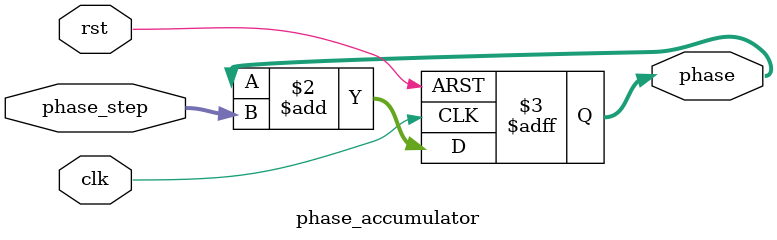
<source format=v>
module phase_accumulator (
    input  wire clk,
    input  wire rst,
    input  wire [31:0] phase_step,
    output reg  [31:0] phase
);

always @(posedge clk or posedge rst) begin
    if (rst)
        phase <= 0;
    else
        phase <= phase + phase_step;
end

endmodule

</source>
